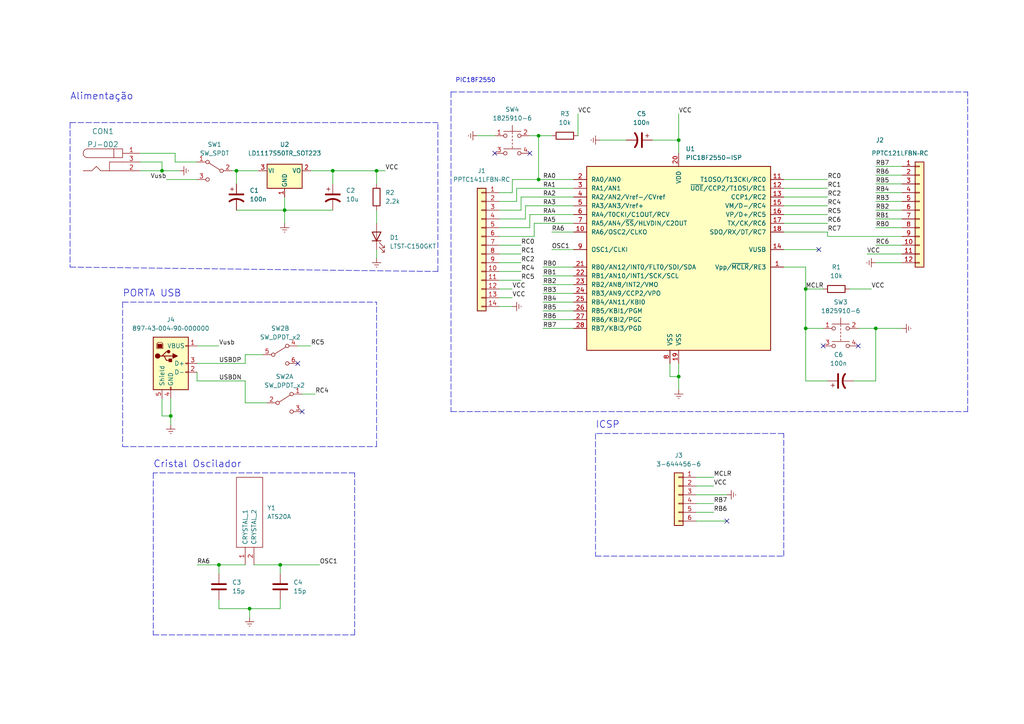
<source format=kicad_sch>
(kicad_sch (version 20211123) (generator eeschema)
  (paper "A4")
  (title_block (title "ArduPIC") (date "2022-05-03"))
  (lib_symbols
    (symbol "ATS20A:ATS20A" (pin_names (offset 0.762))
      (property "Reference" "Y" (at 26.67 7.62 0))
      (property "Value" "ATS20A" (at 26.67 5.08 0))
      (symbol "ATS20A_0_0"
        (pin passive line (at 0 0 0) (length 5.08) (name "CRYSTAL_1") (number "1"))
        (pin passive line (at 0 -2.54 0) (length 5.08) (name "CRYSTAL_2") (number "2"))
      )
      (symbol "ATS20A_0_1"
        (polyline (pts (xy 5.08 2.54) (xy 25.4 2.54) (xy 25.4 -5.08) (xy 5.08 -5.08) (xy 5.08 2.54)) (stroke (width 0.1524)))
      )
    )
    (symbol "Connector:USB_B" (pin_names (offset 1.016))
      (property "Reference" "J" (at -5.08 11.43 0))
      (property "Value" "USB_B" (at -5.08 8.89 0))
      (symbol "USB_B_0_1"
        (rectangle (start -5.08 -7.62) (end 5.08 7.62) (stroke (width 0.254)) (fill (type background)))
        (circle (center -3.81 2.159) (radius 0.635) (stroke (width 0.254)) (fill (type outline)))
        (rectangle (start -3.81 5.588) (end -2.54 4.572) (fill (type outline)))
        (circle (center -0.635 3.429) (radius 0.381) (stroke (width 0.254)) (fill (type outline)))
        (rectangle (start -0.127 -7.62) (end 0.127 -6.858))
        (polyline (pts (xy -1.905 2.159) (xy 0.635 2.159)) (stroke (width 0.254)))
        (polyline (pts (xy -3.175 2.159) (xy -2.54 2.159) (xy -1.27 3.429) (xy -0.635 3.429)) (stroke (width 0.254)))
        (polyline (pts (xy -2.54 2.159) (xy -1.905 2.159) (xy -1.27 0.889) (xy 0 0.889)) (stroke (width 0.254)))
        (polyline (pts (xy 0.635 2.794) (xy 0.635 1.524) (xy 1.905 2.159) (xy 0.635 2.794)) (stroke (width 0.254)) (fill (type outline)))
        (polyline (pts (xy -4.064 4.318) (xy -2.286 4.318) (xy -2.286 5.715) (xy -2.667 6.096) (xy -3.683 6.096) (xy -4.064 5.715) (xy -4.064 4.318)))
        (rectangle (start 0.254 1.27) (end -0.508 0.508) (stroke (width 0.254)) (fill (type outline)))
        (rectangle (start 5.08 -2.667) (end 4.318 -2.413))
        (rectangle (start 5.08 -0.127) (end 4.318 0.127))
        (rectangle (start 5.08 4.953) (end 4.318 5.207))
      )
      (symbol "USB_B_1_1"
        (pin power_out line (at 7.62 5.08 180) (length 2.54) (name "VBUS") (number "1"))
        (pin bidirectional line (at 7.62 -2.54 180) (length 2.54) (name "D-") (number "2"))
        (pin bidirectional line (at 7.62 0 180) (length 2.54) (name "D+") (number "3"))
        (pin power_out line (at 0 -10.16 90) (length 2.54) (name "GND") (number "4"))
        (pin passive line (at -2.54 -10.16 90) (length 2.54) (name "Shield") (number "5"))
      )
    )
    (symbol "Connector_Generic:Conn_01x06" (pin_names (offset 1.016) hide)
      (property "Reference" "J" (at 0 7.62 0))
      (property "Value" "Conn_01x06" (at 0 -10.16 0))
      (symbol "Conn_01x06_1_1"
        (rectangle (start -1.27 -7.493) (end 0 -7.747) (stroke (width 0.1524)))
        (rectangle (start -1.27 -4.953) (end 0 -5.207) (stroke (width 0.1524)))
        (rectangle (start -1.27 -2.413) (end 0 -2.667) (stroke (width 0.1524)))
        (rectangle (start -1.27 0.127) (end 0 -0.127) (stroke (width 0.1524)))
        (rectangle (start -1.27 2.667) (end 0 2.413) (stroke (width 0.1524)))
        (rectangle (start -1.27 5.207) (end 0 4.953) (stroke (width 0.1524)))
        (rectangle (start -1.27 6.35) (end 1.27 -8.89) (stroke (width 0.254)) (fill (type background)))
        (pin passive line (at -5.08 5.08 0) (length 3.81) (name "Pin_1") (number "1"))
        (pin passive line (at -5.08 2.54 0) (length 3.81) (name "Pin_2") (number "2"))
        (pin passive line (at -5.08 0 0) (length 3.81) (name "Pin_3") (number "3"))
        (pin passive line (at -5.08 -2.54 0) (length 3.81) (name "Pin_4") (number "4"))
        (pin passive line (at -5.08 -5.08 0) (length 3.81) (name "Pin_5") (number "5"))
        (pin passive line (at -5.08 -7.62 0) (length 3.81) (name "Pin_6") (number "6"))
      )
    )
    (symbol "Connector_Generic:Conn_01x12" (pin_names (offset 1.016) hide)
      (property "Reference" "J" (at 0 15.24 0))
      (property "Value" "Conn_01x12" (at 0 -17.78 0))
      (symbol "Conn_01x12_1_1"
        (rectangle (start -1.27 -15.113) (end 0 -15.367) (stroke (width 0.1524)))
        (rectangle (start -1.27 -12.573) (end 0 -12.827) (stroke (width 0.1524)))
        (rectangle (start -1.27 -10.033) (end 0 -10.287) (stroke (width 0.1524)))
        (rectangle (start -1.27 -7.493) (end 0 -7.747) (stroke (width 0.1524)))
        (rectangle (start -1.27 -4.953) (end 0 -5.207) (stroke (width 0.1524)))
        (rectangle (start -1.27 -2.413) (end 0 -2.667) (stroke (width 0.1524)))
        (rectangle (start -1.27 0.127) (end 0 -0.127) (stroke (width 0.1524)))
        (rectangle (start -1.27 2.667) (end 0 2.413) (stroke (width 0.1524)))
        (rectangle (start -1.27 5.207) (end 0 4.953) (stroke (width 0.1524)))
        (rectangle (start -1.27 7.747) (end 0 7.493) (stroke (width 0.1524)))
        (rectangle (start -1.27 10.287) (end 0 10.033) (stroke (width 0.1524)))
        (rectangle (start -1.27 12.827) (end 0 12.573) (stroke (width 0.1524)))
        (rectangle (start -1.27 13.97) (end 1.27 -16.51) (stroke (width 0.254)) (fill (type background)))
        (pin passive line (at -5.08 12.7 0) (length 3.81) (name "Pin_1") (number "1"))
        (pin passive line (at -5.08 -10.16 0) (length 3.81) (name "Pin_10") (number "10"))
        (pin passive line (at -5.08 -12.7 0) (length 3.81) (name "Pin_11") (number "11"))
        (pin passive line (at -5.08 -15.24 0) (length 3.81) (name "Pin_12") (number "12"))
        (pin passive line (at -5.08 10.16 0) (length 3.81) (name "Pin_2") (number "2"))
        (pin passive line (at -5.08 7.62 0) (length 3.81) (name "Pin_3") (number "3"))
        (pin passive line (at -5.08 5.08 0) (length 3.81) (name "Pin_4") (number "4"))
        (pin passive line (at -5.08 2.54 0) (length 3.81) (name "Pin_5") (number "5"))
        (pin passive line (at -5.08 0 0) (length 3.81) (name "Pin_6") (number "6"))
        (pin passive line (at -5.08 -2.54 0) (length 3.81) (name "Pin_7") (number "7"))
        (pin passive line (at -5.08 -5.08 0) (length 3.81) (name "Pin_8") (number "8"))
        (pin passive line (at -5.08 -7.62 0) (length 3.81) (name "Pin_9") (number "9"))
      )
    )
    (symbol "Connector_Generic:Conn_01x14" (pin_names (offset 1.016) hide)
      (property "Reference" "J" (at 0 17.78 0))
      (property "Value" "Conn_01x14" (at 0 -20.32 0))
      (symbol "Conn_01x14_1_1"
        (rectangle (start -1.27 -17.653) (end 0 -17.907) (stroke (width 0.1524)))
        (rectangle (start -1.27 -15.113) (end 0 -15.367) (stroke (width 0.1524)))
        (rectangle (start -1.27 -12.573) (end 0 -12.827) (stroke (width 0.1524)))
        (rectangle (start -1.27 -10.033) (end 0 -10.287) (stroke (width 0.1524)))
        (rectangle (start -1.27 -7.493) (end 0 -7.747) (stroke (width 0.1524)))
        (rectangle (start -1.27 -4.953) (end 0 -5.207) (stroke (width 0.1524)))
        (rectangle (start -1.27 -2.413) (end 0 -2.667) (stroke (width 0.1524)))
        (rectangle (start -1.27 0.127) (end 0 -0.127) (stroke (width 0.1524)))
        (rectangle (start -1.27 2.667) (end 0 2.413) (stroke (width 0.1524)))
        (rectangle (start -1.27 5.207) (end 0 4.953) (stroke (width 0.1524)))
        (rectangle (start -1.27 7.747) (end 0 7.493) (stroke (width 0.1524)))
        (rectangle (start -1.27 10.287) (end 0 10.033) (stroke (width 0.1524)))
        (rectangle (start -1.27 12.827) (end 0 12.573) (stroke (width 0.1524)))
        (rectangle (start -1.27 15.367) (end 0 15.113) (stroke (width 0.1524)))
        (rectangle (start -1.27 16.51) (end 1.27 -19.05) (stroke (width 0.254)) (fill (type background)))
        (pin passive line (at -5.08 15.24 0) (length 3.81) (name "Pin_1") (number "1"))
        (pin passive line (at -5.08 -7.62 0) (length 3.81) (name "Pin_10") (number "10"))
        (pin passive line (at -5.08 -10.16 0) (length 3.81) (name "Pin_11") (number "11"))
        (pin passive line (at -5.08 -12.7 0) (length 3.81) (name "Pin_12") (number "12"))
        (pin passive line (at -5.08 -15.24 0) (length 3.81) (name "Pin_13") (number "13"))
        (pin passive line (at -5.08 -17.78 0) (length 3.81) (name "Pin_14") (number "14"))
        (pin passive line (at -5.08 12.7 0) (length 3.81) (name "Pin_2") (number "2"))
        (pin passive line (at -5.08 10.16 0) (length 3.81) (name "Pin_3") (number "3"))
        (pin passive line (at -5.08 7.62 0) (length 3.81) (name "Pin_4") (number "4"))
        (pin passive line (at -5.08 5.08 0) (length 3.81) (name "Pin_5") (number "5"))
        (pin passive line (at -5.08 2.54 0) (length 3.81) (name "Pin_6") (number "6"))
        (pin passive line (at -5.08 0 0) (length 3.81) (name "Pin_7") (number "7"))
        (pin passive line (at -5.08 -2.54 0) (length 3.81) (name "Pin_8") (number "8"))
        (pin passive line (at -5.08 -5.08 0) (length 3.81) (name "Pin_9") (number "9"))
      )
    )
    (symbol "Device:C" (pin_numbers hide) (pin_names (offset 0.254))
      (property "Reference" "C" (at 0.635 2.54 0))
      (property "Value" "C" (at 0.635 -2.54 0))
      (symbol "C_0_1"
        (polyline (pts (xy -2.032 -0.762) (xy 2.032 -0.762)) (stroke (width 0.508)))
        (polyline (pts (xy -2.032 0.762) (xy 2.032 0.762)) (stroke (width 0.508)))
      )
      (symbol "C_1_1"
        (pin passive line (at 0 3.81 270) (length 2.794) (name "~") (number "1"))
        (pin passive line (at 0 -3.81 90) (length 2.794) (name "~") (number "2"))
      )
    )
    (symbol "Device:C_Polarized_US" (pin_numbers hide) (pin_names (offset 0.254) hide)
      (property "Reference" "C" (at 0.635 2.54 0))
      (property "Value" "C_Polarized_US" (at 0.635 -2.54 0))
      (symbol "C_Polarized_US_0_1"
        (polyline (pts (xy -2.032 0.762) (xy 2.032 0.762)) (stroke (width 0.508)))
        (polyline (pts (xy -1.778 2.286) (xy -0.762 2.286)))
        (polyline (pts (xy -1.27 1.778) (xy -1.27 2.794)))
        (arc (start 2.032 -1.27) (mid 0 -0.5572) (end -2.032 -1.27) (stroke (width 0.508)))
      )
      (symbol "C_Polarized_US_1_1"
        (pin passive line (at 0 3.81 270) (length 2.794) (name "~") (number "1"))
        (pin passive line (at 0 -3.81 90) (length 3.302) (name "~") (number "2"))
      )
    )
    (symbol "Device:LED" (pin_numbers hide) (pin_names (offset 1.016) hide)
      (property "Reference" "D" (at 0 2.54 0))
      (property "Value" "LED" (at 0 -2.54 0))
      (symbol "LED_0_1"
        (polyline (pts (xy -1.27 -1.27) (xy -1.27 1.27)) (stroke (width 0.254)))
        (polyline (pts (xy -1.27 0) (xy 1.27 0)))
        (polyline (pts (xy 1.27 -1.27) (xy 1.27 1.27) (xy -1.27 0) (xy 1.27 -1.27)) (stroke (width 0.254)))
        (polyline (pts (xy -3.048 -0.762) (xy -4.572 -2.286) (xy -3.81 -2.286) (xy -4.572 -2.286) (xy -4.572 -1.524)))
        (polyline (pts (xy -1.778 -0.762) (xy -3.302 -2.286) (xy -2.54 -2.286) (xy -3.302 -2.286) (xy -3.302 -1.524)))
      )
      (symbol "LED_1_1"
        (pin passive line (at -3.81 0 0) (length 2.54) (name "K") (number "1"))
        (pin passive line (at 3.81 0 180) (length 2.54) (name "A") (number "2"))
      )
    )
    (symbol "Device:R" (pin_numbers hide) (pin_names (offset 0))
      (property "Reference" "R" (at 2.032 0 90))
      (property "Value" "R" (at 0 0 90))
      (symbol "R_0_1"
        (rectangle (start -1.016 -2.54) (end 1.016 2.54) (stroke (width 0.254)))
      )
      (symbol "R_1_1"
        (pin passive line (at 0 3.81 270) (length 1.27) (name "~") (number "1"))
        (pin passive line (at 0 -3.81 90) (length 1.27) (name "~") (number "2"))
      )
    )
    (symbol "MCU_Microchip_PIC18:PIC18F2550-ISP" (pin_names (offset 1.27))
      (property "Reference" "U" (at -25.4 27.94 0))
      (property "Value" "PIC18F2550-ISP" (at 16.51 -27.94 0))
      (symbol "PIC18F2550-ISP_0_1"
        (rectangle (start -26.67 26.67) (end 26.67 -26.67) (stroke (width 0.254)) (fill (type background)))
      )
      (symbol "PIC18F2550-ISP_1_1"
        (pin input line (at 30.48 -2.54 180) (length 3.81) (name "Vpp/~{MCLR}/RE3") (number "1"))
        (pin output line (at -30.48 7.62 0) (length 3.81) (name "RA6/OSC2/CLKO") (number "10"))
        (pin bidirectional line (at 30.48 22.86 180) (length 3.81) (name "T1OSO/T13CKI/RC0") (number "11"))
        (pin bidirectional line (at 30.48 20.32 180) (length 3.81) (name "~{UOE}/CCP2/T1OSI/RC1") (number "12"))
        (pin bidirectional line (at 30.48 17.78 180) (length 3.81) (name "CCP1/RC2") (number "13"))
        (pin bidirectional line (at 30.48 2.54 180) (length 3.81) (name "VUSB") (number "14"))
        (pin bidirectional line (at 30.48 15.24 180) (length 3.81) (name "VM/D-/RC4") (number "15"))
        (pin bidirectional line (at 30.48 12.7 180) (length 3.81) (name "VP/D+/RC5") (number "16"))
        (pin bidirectional line (at 30.48 10.16 180) (length 3.81) (name "TX/CK/RC6") (number "17"))
        (pin bidirectional line (at 30.48 7.62 180) (length 3.81) (name "SDO/RX/DT/RC7") (number "18"))
        (pin power_in line (at 0 -30.48 90) (length 3.81) (name "VSS") (number "19"))
        (pin bidirectional line (at -30.48 22.86 0) (length 3.81) (name "RA0/AN0") (number "2"))
        (pin power_in line (at 0 30.48 270) (length 3.81) (name "VDD") (number "20"))
        (pin bidirectional line (at -30.48 -2.54 0) (length 3.81) (name "RB0/AN12/INT0/FLT0/SDI/SDA") (number "21"))
        (pin bidirectional line (at -30.48 -5.08 0) (length 3.81) (name "RB1/AN10/INT1/SCK/SCL") (number "22"))
        (pin bidirectional line (at -30.48 -7.62 0) (length 3.81) (name "RB2/AN8/INT2/VMO") (number "23"))
        (pin bidirectional line (at -30.48 -10.16 0) (length 3.81) (name "RB3/AN9/CCP2/VPO") (number "24"))
        (pin bidirectional line (at -30.48 -12.7 0) (length 3.81) (name "RB4/AN11/KBI0") (number "25"))
        (pin bidirectional line (at -30.48 -15.24 0) (length 3.81) (name "RB5/KBI1/PGM") (number "26"))
        (pin bidirectional line (at -30.48 -17.78 0) (length 3.81) (name "RB6/KBI2/PGC") (number "27"))
        (pin bidirectional line (at -30.48 -20.32 0) (length 3.81) (name "RB7/KBI3/PGD") (number "28"))
        (pin bidirectional line (at -30.48 20.32 0) (length 3.81) (name "RA1/AN1") (number "3"))
        (pin bidirectional line (at -30.48 17.78 0) (length 3.81) (name "RA2/AN2/Vref-/CVref") (number "4"))
        (pin bidirectional line (at -30.48 15.24 0) (length 3.81) (name "RA3/AN3/Vref+") (number "5"))
        (pin bidirectional line (at -30.48 12.7 0) (length 3.81) (name "RA4/T0CKI/C1OUT/RCV") (number "6"))
        (pin bidirectional line (at -30.48 10.16 0) (length 3.81) (name "RA5/AN4/~{SS}/HLVDIN/C2OUT") (number "7"))
        (pin power_in line (at -2.54 -30.48 90) (length 3.81) (name "VSS") (number "8"))
        (pin input line (at -30.48 2.54 0) (length 3.81) (name "OSC1/CLKI") (number "9"))
      )
    )
    (symbol "PBLE01:PJ-002" (pin_names (offset 1.016))
      (property "Reference" "CON" (at 0 6.35 0))
      (property "Value" "PJ-002" (at 0 -5.08 0))
      (symbol "PJ-002_0_1"
        (arc (start -8.89 2.54) (mid -8.5271 1.6254) (end -7.62 1.27))
        (arc (start -7.62 3.81) (mid -8.5088 3.4366) (end -8.89 2.54))
        (polyline (pts (xy -7.62 1.27) (xy 0 1.27)))
        (polyline (pts (xy 0 3.81) (xy -7.62 3.81)))
        (polyline (pts (xy 2.54 0) (xy -1.27 0) (xy -1.27 -2.54)))
        (polyline (pts (xy 2.54 -2.54) (xy -3.81 -2.54) (xy -5.08 -1.27) (xy -6.35 -2.54) (xy -8.89 -2.54)))
        (rectangle (start 2.54 3.81) (end 0 1.27))
      )
      (symbol "PJ-002_1_1"
        (pin passive line (at 7.62 2.54 180) (length 5.08) (name "~") (number "1"))
        (pin passive line (at 7.62 -2.54 180) (length 5.08) (name "~") (number "2"))
        (pin passive line (at 7.62 0 180) (length 5.08) (name "~") (number "3"))
      )
    )
    (symbol "Regulator_Linear:LD1117S50TR_SOT223" (pin_names (offset 0.254))
      (property "Reference" "U" (at -3.81 3.175 0))
      (property "Value" "LD1117S50TR_SOT223" (at 0 3.175 0))
      (symbol "LD1117S50TR_SOT223_0_1"
        (rectangle (start -5.08 -5.08) (end 5.08 1.905) (stroke (width 0.254)) (fill (type background)))
      )
      (symbol "LD1117S50TR_SOT223_1_1"
        (pin power_in line (at 0 -7.62 90) (length 2.54) (name "GND") (number "1"))
        (pin power_out line (at 7.62 0 180) (length 2.54) (name "VO") (number "2"))
        (pin power_in line (at -7.62 0 0) (length 2.54) (name "VI") (number "3"))
      )
    )
    (symbol "Switch:SW_DPDT_x2" (pin_names (offset 0) hide)
      (property "Reference" "SW" (at 0 4.318 0))
      (property "Value" "SW_DPDT_x2" (at 0 -5.08 0))
      (symbol "SW_DPDT_x2_0_0"
        (circle (center -2.032 0) (radius 0.508))
        (circle (center 2.032 -2.54) (radius 0.508))
      )
      (symbol "SW_DPDT_x2_0_1"
        (polyline (pts (xy -1.524 0.254) (xy 1.651 2.286)))
        (circle (center 2.032 2.54) (radius 0.508))
      )
      (symbol "SW_DPDT_x2_1_1"
        (pin passive line (at 5.08 2.54 180) (length 2.54) (name "A") (number "1"))
        (pin passive line (at -5.08 0 0) (length 2.54) (name "B") (number "2"))
        (pin passive line (at 5.08 -2.54 180) (length 2.54) (name "C") (number "3"))
      )
      (symbol "SW_DPDT_x2_2_1"
        (pin passive line (at 5.08 2.54 180) (length 2.54) (name "A") (number "4"))
        (pin passive line (at -5.08 0 0) (length 2.54) (name "B") (number "5"))
        (pin passive line (at 5.08 -2.54 180) (length 2.54) (name "C") (number "6"))
      )
    )
    (symbol "Switch:SW_Push_Dual" (pin_names (offset 1.016) hide)
      (property "Reference" "SW" (at 1.27 2.54 0))
      (property "Value" "SW_Push_Dual" (at 0 -6.858 0))
      (symbol "SW_Push_Dual_0_1"
        (circle (center -2.032 -5.08) (radius 0.508))
        (circle (center -2.032 0) (radius 0.508))
        (polyline (pts (xy 0 -3.048) (xy 0 -3.556)))
        (polyline (pts (xy 0 -2.032) (xy 0 -2.54)))
        (polyline (pts (xy 0 -1.524) (xy 0 -1.016)))
        (polyline (pts (xy 0 -0.508) (xy 0 0)))
        (polyline (pts (xy 0 0.508) (xy 0 1.016)))
        (polyline (pts (xy 0 1.27) (xy 0 3.048)))
        (polyline (pts (xy 2.54 -3.81) (xy -2.54 -3.81)))
        (polyline (pts (xy 2.54 1.27) (xy -2.54 1.27)))
        (circle (center 2.032 -5.08) (radius 0.508))
        (circle (center 2.032 0) (radius 0.508))
        (pin passive line (at -5.08 0 0) (length 2.54) (name "1") (number "1"))
        (pin passive line (at 5.08 0 180) (length 2.54) (name "2") (number "2"))
        (pin passive line (at -5.08 -5.08 0) (length 2.54) (name "3") (number "3"))
        (pin passive line (at 5.08 -5.08 180) (length 2.54) (name "4") (number "4"))
      )
    )
    (symbol "Switch:SW_SPDT" (pin_names (offset 0) hide)
      (property "Reference" "SW" (at 0 4.318 0))
      (property "Value" "SW_SPDT" (at 0 -5.08 0))
      (symbol "SW_SPDT_0_0"
        (circle (center -2.032 0) (radius 0.508))
        (circle (center 2.032 -2.54) (radius 0.508))
      )
      (symbol "SW_SPDT_0_1"
        (polyline (pts (xy -1.524 0.254) (xy 1.651 2.286)))
        (circle (center 2.032 2.54) (radius 0.508))
      )
      (symbol "SW_SPDT_1_1"
        (pin passive line (at 5.08 2.54 180) (length 2.54) (name "A") (number "1"))
        (pin passive line (at -5.08 0 0) (length 2.54) (name "B") (number "2"))
        (pin passive line (at 5.08 -2.54 180) (length 2.54) (name "C") (number "3"))
      )
    )
    (symbol "power:Earth" (power) (pin_names (offset 0))
      (symbol "Earth_0_1"
        (polyline (pts (xy -0.635 -1.905) (xy 0.635 -1.905)))
        (polyline (pts (xy -0.127 -2.54) (xy 0.127 -2.54)))
        (polyline (pts (xy 0 -1.27) (xy 0 0)))
        (polyline (pts (xy 1.27 -1.27) (xy -1.27 -1.27)))
      )
      (symbol "Earth_1_1"
        (pin power_in line (at 0 0 270) (length 0) hide (name "Earth") (number "1"))
      )
    )
  )
  (junction (at 254 95.25))
  (junction (at 46.99 49.53))
  (junction (at 109.22 49.53))
  (junction (at 49.53 120.65))
  (junction (at 156.21 39.37))
  (junction (at 233.68 95.25))
  (junction (at 63.5 163.83))
  (junction (at 196.85 40.64))
  (junction (at 82.55 60.96))
  (junction (at 196.85 109.22))
  (junction (at 72.39 176.53))
  (junction (at 68.58 49.53))
  (junction (at 96.52 49.53))
  (junction (at 81.28 163.83))
  (junction (at 233.68 83.82))
  (junction (at 156.21 52.07))
  (no_connect (at 248.92 100.33))
  (no_connect (at 238.76 100.33))
  (no_connect (at 86.36 105.41))
  (no_connect (at 87.63 119.38))
  (no_connect (at 237.49 72.39))
  (no_connect (at 153.67 44.45))
  (no_connect (at 143.51 44.45))
  (no_connect (at 210.82 151.13))
  (wire (pts (xy 227.33 59.69) (xy 240.03 59.69)))
  (wire (pts (xy 149.86 58.42) (xy 149.86 54.61)))
  (wire (pts (xy 57.15 100.33) (xy 63.5 100.33)))
  (polyline (pts (xy 280.67 119.38) (xy 280.67 26.67)))
  (wire (pts (xy 152.4 59.69) (xy 166.37 59.69)))
  (wire (pts (xy 227.33 52.07) (xy 240.03 52.07)))
  (wire (pts (xy 46.99 120.65) (xy 49.53 120.65)))
  (wire (pts (xy 227.33 54.61) (xy 240.03 54.61)))
  (polyline (pts (xy 20.32 35.56) (xy 20.32 77.47)))
  (wire (pts (xy 227.33 67.31) (xy 240.03 67.31)))
  (wire (pts (xy 48.26 52.07) (xy 57.15 52.07)))
  (wire (pts (xy 227.33 72.39) (xy 237.49 72.39)))
  (wire (pts (xy 240.03 68.58) (xy 240.03 67.31)))
  (wire (pts (xy 233.68 83.82) (xy 233.68 95.25)))
  (wire (pts (xy 144.78 60.96) (xy 151.13 60.96)))
  (wire (pts (xy 144.78 73.66) (xy 151.13 73.66)))
  (polyline (pts (xy 127 78.74) (xy 127 35.56)))
  (wire (pts (xy 67.31 49.53) (xy 68.58 49.53)))
  (polyline (pts (xy 227.33 161.29) (xy 227.33 125.73)))
  (wire (pts (xy 144.78 81.28) (xy 151.13 81.28)))
  (wire (pts (xy 167.64 33.02) (xy 167.64 39.37)))
  (wire (pts (xy 151.13 57.15) (xy 166.37 57.15)))
  (wire (pts (xy 138.43 39.37) (xy 143.51 39.37)))
  (wire (pts (xy 49.53 120.65) (xy 49.53 115.57)))
  (polyline (pts (xy 109.22 129.54) (xy 109.22 87.63)))
  (wire (pts (xy 173.99 40.64) (xy 181.61 40.64)))
  (wire (pts (xy 87.63 114.3) (xy 91.44 114.3)))
  (wire (pts (xy 254 66.04) (xy 261.62 66.04)))
  (wire (pts (xy 144.78 88.9) (xy 148.59 88.9)))
  (wire (pts (xy 254 55.88) (xy 261.62 55.88)))
  (wire (pts (xy 196.85 40.64) (xy 196.85 44.45)))
  (wire (pts (xy 160.02 72.39) (xy 166.37 72.39)))
  (wire (pts (xy 153.67 62.23) (xy 166.37 62.23)))
  (wire (pts (xy 254 95.25) (xy 254 110.49)))
  (wire (pts (xy 57.15 163.83) (xy 63.5 163.83)))
  (wire (pts (xy 57.15 46.99) (xy 50.8 46.99)))
  (wire (pts (xy 240.03 110.49) (xy 233.68 110.49)))
  (wire (pts (xy 144.78 71.12) (xy 151.13 71.12)))
  (wire (pts (xy 81.28 173.99) (xy 81.28 176.53)))
  (wire (pts (xy 254 71.12) (xy 261.62 71.12)))
  (wire (pts (xy 144.78 63.5) (xy 152.4 63.5)))
  (polyline (pts (xy 172.72 125.73) (xy 172.72 161.29)))
  (polyline (pts (xy 35.56 129.54) (xy 109.22 129.54)))
  (wire (pts (xy 148.59 55.88) (xy 144.78 55.88)))
  (polyline (pts (xy 130.81 26.67) (xy 130.81 119.38)))
  (wire (pts (xy 254 76.2) (xy 261.62 76.2)))
  (wire (pts (xy 71.12 102.87) (xy 76.2 102.87)))
  (wire (pts (xy 144.78 78.74) (xy 151.13 78.74)))
  (wire (pts (xy 46.99 49.53) (xy 40.64 49.53)))
  (wire (pts (xy 96.52 49.53) (xy 96.52 53.34)))
  (wire (pts (xy 160.02 67.31) (xy 166.37 67.31)))
  (polyline (pts (xy 130.81 26.67) (xy 280.67 26.67)))
  (wire (pts (xy 149.86 54.61) (xy 166.37 54.61)))
  (polyline (pts (xy 172.72 161.29) (xy 227.33 161.29)))
  (wire (pts (xy 227.33 77.47) (xy 233.68 77.47)))
  (wire (pts (xy 73.66 163.83) (xy 81.28 163.83)))
  (wire (pts (xy 254 48.26) (xy 261.62 48.26)))
  (wire (pts (xy 261.62 95.25) (xy 254 95.25)))
  (wire (pts (xy 227.33 64.77) (xy 240.03 64.77)))
  (wire (pts (xy 254 110.49) (xy 247.65 110.49)))
  (wire (pts (xy 156.21 39.37) (xy 160.02 39.37)))
  (wire (pts (xy 254 63.5) (xy 261.62 63.5)))
  (polyline (pts (xy 44.45 137.16) (xy 44.45 184.15)))
  (wire (pts (xy 144.78 58.42) (xy 149.86 58.42)))
  (wire (pts (xy 96.52 49.53) (xy 109.22 49.53)))
  (wire (pts (xy 148.59 52.07) (xy 148.59 55.88)))
  (wire (pts (xy 152.4 63.5) (xy 152.4 59.69)))
  (wire (pts (xy 50.8 46.99) (xy 50.8 44.45)))
  (wire (pts (xy 151.13 60.96) (xy 151.13 57.15)))
  (wire (pts (xy 154.94 64.77) (xy 166.37 64.77)))
  (wire (pts (xy 144.78 76.2) (xy 151.13 76.2)))
  (wire (pts (xy 71.12 116.84) (xy 71.12 110.49)))
  (wire (pts (xy 201.93 146.05) (xy 207.01 146.05)))
  (wire (pts (xy 90.17 49.53) (xy 96.52 49.53)))
  (polyline (pts (xy 44.45 184.15) (xy 102.87 184.15)))
  (wire (pts (xy 57.15 105.41) (xy 71.12 105.41)))
  (wire (pts (xy 233.68 83.82) (xy 238.76 83.82)))
  (wire (pts (xy 46.99 49.53) (xy 52.07 49.53)))
  (wire (pts (xy 63.5 163.83) (xy 71.12 163.83)))
  (wire (pts (xy 49.53 120.65) (xy 49.53 123.19)))
  (polyline (pts (xy 20.32 35.56) (xy 127 35.56)))
  (polyline (pts (xy 130.81 119.38) (xy 280.67 119.38)))
  (wire (pts (xy 72.39 176.53) (xy 72.39 179.07)))
  (wire (pts (xy 194.31 109.22) (xy 196.85 109.22)))
  (wire (pts (xy 63.5 173.99) (xy 63.5 176.53)))
  (wire (pts (xy 71.12 105.41) (xy 71.12 102.87)))
  (wire (pts (xy 153.67 66.04) (xy 153.67 62.23)))
  (wire (pts (xy 68.58 60.96) (xy 82.55 60.96)))
  (wire (pts (xy 63.5 163.83) (xy 63.5 166.37)))
  (wire (pts (xy 157.48 92.71) (xy 166.37 92.71)))
  (wire (pts (xy 189.23 40.64) (xy 196.85 40.64)))
  (wire (pts (xy 233.68 77.47) (xy 233.68 83.82)))
  (wire (pts (xy 196.85 33.02) (xy 196.85 40.64)))
  (wire (pts (xy 144.78 86.36) (xy 148.59 86.36)))
  (wire (pts (xy 201.93 151.13) (xy 210.82 151.13)))
  (wire (pts (xy 254 50.8) (xy 261.62 50.8)))
  (wire (pts (xy 254 60.96) (xy 261.62 60.96)))
  (wire (pts (xy 82.55 57.15) (xy 82.55 60.96)))
  (wire (pts (xy 153.67 39.37) (xy 156.21 39.37)))
  (wire (pts (xy 144.78 68.58) (xy 154.94 68.58)))
  (wire (pts (xy 248.92 95.25) (xy 254 95.25)))
  (wire (pts (xy 157.48 87.63) (xy 166.37 87.63)))
  (wire (pts (xy 81.28 163.83) (xy 81.28 166.37)))
  (wire (pts (xy 144.78 66.04) (xy 153.67 66.04)))
  (wire (pts (xy 86.36 100.33) (xy 90.17 100.33)))
  (wire (pts (xy 157.48 90.17) (xy 166.37 90.17)))
  (wire (pts (xy 109.22 49.53) (xy 109.22 53.34)))
  (wire (pts (xy 81.28 163.83) (xy 92.71 163.83)))
  (wire (pts (xy 71.12 116.84) (xy 77.47 116.84)))
  (wire (pts (xy 156.21 52.07) (xy 166.37 52.07)))
  (wire (pts (xy 109.22 60.96) (xy 109.22 64.77)))
  (polyline (pts (xy 35.56 87.63) (xy 109.22 87.63)))
  (wire (pts (xy 157.48 80.01) (xy 166.37 80.01)))
  (wire (pts (xy 233.68 95.25) (xy 233.68 110.49)))
  (wire (pts (xy 227.33 62.23) (xy 240.03 62.23)))
  (wire (pts (xy 148.59 52.07) (xy 156.21 52.07)))
  (wire (pts (xy 201.93 148.59) (xy 207.01 148.59)))
  (wire (pts (xy 144.78 83.82) (xy 148.59 83.82)))
  (wire (pts (xy 68.58 49.53) (xy 68.58 53.34)))
  (wire (pts (xy 40.64 46.99) (xy 46.99 46.99)))
  (wire (pts (xy 72.39 176.53) (xy 81.28 176.53)))
  (polyline (pts (xy 35.56 87.63) (xy 35.56 129.54)))
  (wire (pts (xy 63.5 176.53) (xy 72.39 176.53)))
  (wire (pts (xy 201.93 138.43) (xy 207.01 138.43)))
  (wire (pts (xy 194.31 105.41) (xy 194.31 109.22)))
  (wire (pts (xy 196.85 105.41) (xy 196.85 109.22)))
  (wire (pts (xy 201.93 140.97) (xy 207.01 140.97)))
  (wire (pts (xy 50.8 44.45) (xy 40.64 44.45)))
  (wire (pts (xy 240.03 68.58) (xy 261.62 68.58)))
  (polyline (pts (xy 20.32 77.47) (xy 127 78.74)))
  (wire (pts (xy 157.48 95.25) (xy 166.37 95.25)))
  (wire (pts (xy 57.15 110.49) (xy 71.12 110.49)))
  (wire (pts (xy 68.58 49.53) (xy 74.93 49.53)))
  (wire (pts (xy 82.55 60.96) (xy 82.55 64.77)))
  (wire (pts (xy 227.33 57.15) (xy 240.03 57.15)))
  (wire (pts (xy 157.48 85.09) (xy 166.37 85.09)))
  (wire (pts (xy 157.48 82.55) (xy 166.37 82.55)))
  (wire (pts (xy 109.22 49.53) (xy 111.76 49.53)))
  (polyline (pts (xy 227.33 125.73) (xy 172.72 125.73)))
  (wire (pts (xy 201.93 143.51) (xy 210.82 143.51)))
  (wire (pts (xy 246.38 83.82) (xy 252.73 83.82)))
  (wire (pts (xy 82.55 60.96) (xy 96.52 60.96)))
  (wire (pts (xy 157.48 77.47) (xy 166.37 77.47)))
  (wire (pts (xy 57.15 110.49) (xy 57.15 107.95)))
  (wire (pts (xy 154.94 68.58) (xy 154.94 64.77)))
  (wire (pts (xy 196.85 109.22) (xy 196.85 113.03)))
  (wire (pts (xy 233.68 95.25) (xy 238.76 95.25)))
  (polyline (pts (xy 102.87 184.15) (xy 102.87 137.16)))
  (wire (pts (xy 46.99 115.57) (xy 46.99 120.65)))
  (wire (pts (xy 254 58.42) (xy 261.62 58.42)))
  (wire (pts (xy 109.22 72.39) (xy 109.22 74.93)))
  (wire (pts (xy 156.21 39.37) (xy 156.21 52.07)))
  (wire (pts (xy 251.46 73.66) (xy 261.62 73.66)))
  (wire (pts (xy 46.99 46.99) (xy 46.99 49.53)))
  (polyline (pts (xy 102.87 137.16) (xy 44.45 137.16)))
  (wire (pts (xy 254 53.34) (xy 261.62 53.34)))
  (text "PORTA USB\n" (at 35.56 86.36 0) (effects (font (size 2 2)) (justify left bottom)))
  (text "PIC18F2550" (at 132.08 24.13 0) (effects (font (size 1.27 1.27)) (justify left bottom)))
  (text "Cristal Oscilador\n" (at 44.45 135.89 0) (effects (font (size 2 2)) (justify left bottom)))
  (text "Alimentação" (at 20.32 29.21 0) (effects (font (size 2 2)) (justify left bottom)))
  (text "ICSP" (at 172.72 124.46 0) (effects (font (size 2 2)) (justify left bottom)))
  (label "VCC" (at 148.59 86.36 0))
  (label "RA4" (at 157.48 62.23 0))
  (label "VCC" (at 167.64 33.02 0))
  (label "Vusb" (at 48.26 52.07 180))
  (label "RC0" (at 240.03 52.07 0))
  (label "RA6" (at 57.15 163.83 0))
  (label "MCLR" (at 233.68 83.82 0))
  (label "RB6" (at 207.01 148.59 0))
  (label "RB1" (at 157.48 80.01 0))
  (label "RB2" (at 254 60.96 0))
  (label "VCC" (at 148.59 83.82 0))
  (label "Vusb" (at 63.5 100.33 0))
  (label "RC7" (at 240.03 67.31 0))
  (label "RB5" (at 157.48 90.17 0))
  (label "USBDN" (at 63.5 110.49 0))
  (label "RB4" (at 254 55.88 0))
  (label "RB3" (at 254 58.42 0))
  (label "RA5" (at 157.48 64.77 0))
  (label "RC2" (at 240.03 57.15 0))
  (label "RB0" (at 157.48 77.47 0))
  (label "RA3" (at 157.48 59.69 0))
  (label "RB3" (at 157.48 85.09 0))
  (label "RA2" (at 157.48 57.15 0))
  (label "RC4" (at 151.13 78.74 0))
  (label "RB6" (at 254 50.8 0))
  (label "RB2" (at 157.48 82.55 0))
  (label "RC5" (at 90.17 100.33 0))
  (label "RA1" (at 157.48 54.61 0))
  (label "RC6" (at 240.03 64.77 0))
  (label "VCC" (at 251.46 73.66 0))
  (label "VCC" (at 252.73 83.82 0))
  (label "RB7" (at 207.01 146.05 0))
  (label "MCLR" (at 207.01 138.43 0))
  (label "USBDP" (at 63.5 105.41 0))
  (label "RB5" (at 254 53.34 0))
  (label "VCC" (at 196.85 33.02 0))
  (label "VCC" (at 207.01 140.97 0))
  (label "OSC1" (at 92.71 163.83 0))
  (label "RB7" (at 157.48 95.25 0))
  (label "RA0" (at 157.48 52.07 0))
  (label "RC5" (at 240.03 62.23 0))
  (label "RC4" (at 91.44 114.3 0))
  (label "RB4" (at 157.48 87.63 0))
  (label "OSC1" (at 160.02 72.39 0))
  (label "RC5" (at 151.13 81.28 0))
  (label "RB7" (at 254 48.26 0))
  (label "RC1" (at 240.03 54.61 0))
  (label "RB1" (at 254 63.5 0))
  (label "VCC" (at 111.76 49.53 0))
  (label "RC0" (at 151.13 71.12 0))
  (label "RA6" (at 160.02 67.31 0))
  (label "RB6" (at 157.48 92.71 0))
  (label "RC2" (at 151.13 76.2 0))
  (label "RB0" (at 254 66.04 0))
  (label "RC4" (at 240.03 59.69 0))
  (label "RC1" (at 151.13 73.66 0))
  (label "RC6" (at 254 71.12 0))
  (symbol (lib_id "Switch:SW_SPDT") (at 62.23 49.53 0) (mirror y) (unit 1)
    (property "Reference" "SW1" (at 62.23 41.91 0))
    (property "Value" "SW_SPDT" (at 62.23 44.45 0))
    (property "Footprint" "Button_Switch_SMD:SW_SPDT_CK-JS102011SAQN" (effects hide))
  )
  (symbol (lib_id "Device:C_Polarized_US") (at 68.58 57.15 0) (unit 1)
    (property "Reference" "C1" (at 72.39 55.2449 0) (effects (justify left)))
    (property "Value" "100n" (at 72.39 57.7849 0) (effects (justify left)))
    (property "Footprint" "Capacitor_SMD:C_0805_2012Metric_Pad1.18x1.45mm_HandSolder" (effects hide))
  )
  (symbol (lib_id "ATS20A:ATS20A") (at 71.12 163.83 90) (unit 1)
    (property "Reference" "Y1" (at 77.47 147.3199 90) (effects (justify right)))
    (property "Value" "ATS20A" (at 77.47 149.86 90) (effects (justify right)))
    (property "Footprint" "PBLE01:ATS20A" (effects hide))
    (property "Datasheet" "https://datasheet.datasheetarchive.com/originals/dk/DKDS-12/236344.pdf" (effects hide))
    (property "Description" "Crystals 20MHz 20pF 30ppm -20C 70C" (effects hide))
    (property "Height" "3.68" (effects hide))
    (property "Manufacturer_Name" "CTS" (effects hide))
    (property "Manufacturer_Part_Number" "ATS20A" (effects hide))
    (property "Mouser Part Number" "774-ATS20A" (effects hide))
    (property "Mouser Price/Stock" "https://www.mouser.co.uk/ProductDetail/CTS-Electronic-Components/ATS20A/?qs=tjlMjqRIEYSf%252BN4zUqLZuw%3D%3D" (effects hide))
  )
  (symbol (lib_id "Device:C") (at 63.5 170.18 0) (unit 1)
    (property "Reference" "C3" (at 67.31 168.9099 0) (effects (justify left)))
    (property "Value" "15p" (at 67.31 171.4499 0) (effects (justify left)))
    (property "Footprint" "Capacitor_SMD:C_0805_2012Metric_Pad1.18x1.45mm_HandSolder" (effects hide))
  )
  (symbol (lib_id "power:Earth") (at 109.22 74.93 0) (unit 1)
    (property "Reference" "#PWR0111" (effects hide))
    (property "Value" "Earth" (effects hide))
  )
  (symbol (lib_id "power:Earth") (at 49.53 123.19 0) (unit 1)
    (property "Reference" "#PWR0110" (effects hide))
    (property "Value" "Earth" (effects hide))
  )
  (symbol (lib_id "Connector_Generic:Conn_01x12") (at 266.7 60.96 0) (unit 1)
    (property "Reference" "J2" (at 254 40.64 0) (effects (justify left)))
    (property "Value" "PPTC121LFBN–RC" (at 252.73 44.45 0) (effects (justify left)))
    (property "Footprint" "Connector_PinSocket_2.54mm:PinSocket_1x12_P2.54mm_Vertical" (effects hide))
  )
  (symbol (lib_id "power:Earth") (at 210.82 143.51 90) (unit 1)
    (property "Reference" "#PWR0109" (effects hide))
    (property "Value" "Earth" (effects hide))
  )
  (symbol (lib_id "Device:R") (at 163.83 39.37 90) (unit 1)
    (property "Reference" "R3" (at 163.83 33.02 90))
    (property "Value" "10k" (at 163.83 35.56 90))
    (property "Footprint" "Resistor_SMD:R_0805_2012Metric_Pad1.20x1.40mm_HandSolder" (effects hide))
  )
  (symbol (lib_id "power:Earth") (at 254 76.2 270) (unit 1)
    (property "Reference" "#PWR0108" (effects hide))
    (property "Value" "Earth" (effects hide))
  )
  (symbol (lib_id "power:Earth") (at 52.07 49.53 90) (unit 1)
    (property "Reference" "#PWR0102" (effects hide))
    (property "Value" "Earth" (effects hide))
  )
  (symbol (lib_id "MCU_Microchip_PIC18:PIC18F2550-ISP") (at 196.85 74.93 0) (unit 1)
    (property "Reference" "U1" (at 198.8694 43.18 0) (effects (justify left)))
    (property "Value" "PIC18F2550-ISP" (at 198.8694 45.72 0) (effects (justify left)))
    (property "Footprint" "Package_DIP:DIP-28_W7.62mm" (effects hide))
    (property "Datasheet" "http://ww1.microchip.com/downloads/en/devicedoc/39632c.pdf" (effects hide))
  )
  (symbol (lib_id "Device:C_Polarized_US") (at 243.84 110.49 90) (unit 1)
    (property "Reference" "C6" (at 243.205 102.87 90))
    (property "Value" "100n" (at 243.205 105.41 90))
    (property "Footprint" "Capacitor_SMD:C_1206_3216Metric_Pad1.33x1.80mm_HandSolder" (effects hide))
  )
  (symbol (lib_id "power:Earth") (at 148.59 88.9 90) (unit 1)
    (property "Reference" "#PWR0107" (effects hide))
    (property "Value" "Earth" (effects hide))
  )
  (symbol (lib_id "Device:R") (at 242.57 83.82 90) (unit 1)
    (property "Reference" "R1" (at 242.57 77.47 90))
    (property "Value" "10k" (at 242.57 80.01 90))
    (property "Footprint" "Resistor_SMD:R_0805_2012Metric_Pad1.20x1.40mm_HandSolder" (effects hide))
  )
  (symbol (lib_id "Connector_Generic:Conn_01x14") (at 139.7 71.12 0) (mirror y) (unit 1)
    (property "Reference" "J1" (at 139.7 49.53 0))
    (property "Value" "PPTC141LFBN–RC" (at 139.7 52.07 0))
    (property "Footprint" "Connector_PinSocket_2.54mm:PinSocket_1x14_P2.54mm_Vertical" (effects hide))
  )
  (symbol (lib_id "Connector_Generic:Conn_01x06") (at 196.85 143.51 0) (mirror y) (unit 1)
    (property "Reference" "J3" (at 196.85 132.08 0))
    (property "Value" "3-644456-6" (at 196.85 134.62 0))
    (property "Footprint" "Connector_PinHeader_2.54mm:PinHeader_1x06_P2.54mm_Vertical" (effects hide))
  )
  (symbol (lib_id "Switch:SW_DPDT_x2") (at 81.28 102.87 0) (unit 2)
    (property "Reference" "SW2" (at 81.28 95.25 0))
    (property "Value" "SW_DPDT_x2" (at 81.28 97.79 0))
    (property "Footprint" "Button_Switch_SMD:SW_DPDT_CK_JS202011JCQN" (effects hide))
  )
  (symbol (lib_id "Switch:SW_DPDT_x2") (at 82.55 116.84 0) (unit 1)
    (property "Reference" "SW2" (at 82.55 109.22 0))
    (property "Value" "SW_DPDT_x2" (at 82.55 111.76 0))
    (property "Footprint" "Button_Switch_SMD:SW_DPDT_CK_JS202011JCQN" (effects hide))
  )
  (symbol (lib_id "Device:LED") (at 109.22 68.58 90) (unit 1)
    (property "Reference" "D1" (at 113.03 68.8974 90) (effects (justify right)))
    (property "Value" "LTST–C150GKT" (at 113.03 71.4374 90) (effects (justify right)))
    (property "Footprint" "LED_SMD:LED_1206_3216Metric_Pad1.42x1.75mm_HandSolder" (effects hide))
  )
  (symbol (lib_id "Switch:SW_Push_Dual") (at 243.84 95.25 0) (unit 1)
    (property "Reference" "SW3" (at 243.84 87.63 0))
    (property "Value" "1825910-6" (at 243.84 90.17 0))
    (property "Footprint" "Button_Switch_THT:SW_PUSH_6mm" (effects hide))
  )
  (symbol (lib_id "power:Earth") (at 173.99 40.64 270) (unit 1)
    (property "Reference" "#PWR0101" (effects hide))
    (property "Value" "Earth" (effects hide))
  )
  (symbol (lib_id "power:Earth") (at 72.39 179.07 0) (unit 1)
    (property "Reference" "#PWR0105" (effects hide))
    (property "Value" "Earth" (effects hide))
  )
  (symbol (lib_id "Connector:USB_B") (at 49.53 105.41 0) (unit 1)
    (property "Reference" "J4" (at 49.53 92.71 0))
    (property "Value" "897–43–004–90–000000" (at 49.53 95.25 0))
    (property "Footprint" "Connector_USB:USB_B_OST_USB-B1HSxx_Horizontal" (effects hide))
    (property "Datasheet" " ~" (effects hide))
  )
  (symbol (lib_id "Device:C_Polarized_US") (at 185.42 40.64 270) (unit 1)
    (property "Reference" "C5" (at 186.055 33.02 90))
    (property "Value" "100n" (at 186.055 35.56 90))
    (property "Footprint" "Capacitor_SMD:C_1206_3216Metric_Pad1.33x1.80mm_HandSolder" (effects hide))
  )
  (symbol (lib_id "Device:C") (at 81.28 170.18 0) (unit 1)
    (property "Reference" "C4" (at 85.09 168.9099 0) (effects (justify left)))
    (property "Value" "15p" (at 85.09 171.4499 0) (effects (justify left)))
    (property "Footprint" "Capacitor_SMD:C_0805_2012Metric_Pad1.18x1.45mm_HandSolder" (effects hide))
  )
  (symbol (lib_id "power:Earth") (at 261.62 95.25 90) (unit 1)
    (property "Reference" "#PWR0104" (effects hide))
    (property "Value" "Earth" (effects hide))
  )
  (symbol (lib_id "PBLE01:PJ-002") (at 33.02 46.99 0) (unit 1)
    (property "Reference" "CON1" (at 29.8446 38.1 0) (effects (font (size 1.524 1.524))))
    (property "Value" "PJ-002" (at 29.8446 41.91 0) (effects (font (size 1.524 1.524))))
    (property "Footprint" "PBLE01:PJ-002" (effects hide))
  )
  (symbol (lib_id "Device:C_Polarized_US") (at 96.52 57.15 0) (unit 1)
    (property "Reference" "C2" (at 100.33 55.2449 0) (effects (justify left)))
    (property "Value" "10u" (at 100.33 57.7849 0) (effects (justify left)))
    (property "Footprint" "Capacitor_SMD:C_1206_3216Metric_Pad1.33x1.80mm_HandSolder" (effects hide))
  )
  (symbol (lib_id "Switch:SW_Push_Dual") (at 148.59 39.37 0) (unit 1)
    (property "Reference" "SW4" (at 148.59 31.75 0))
    (property "Value" "1825910-6" (at 148.59 34.29 0))
    (property "Footprint" "Button_Switch_THT:SW_PUSH_6mm" (effects hide))
  )
  (symbol (lib_id "power:Earth") (at 138.43 39.37 270) (unit 1)
    (property "Reference" "#PWR01" (effects hide))
    (property "Value" "Earth" (effects hide))
  )
  (symbol (lib_id "Regulator_Linear:LD1117S50TR_SOT223") (at 82.55 49.53 0) (unit 1)
    (property "Reference" "U2" (at 82.55 41.91 0))
    (property "Value" "LD1117S50TR_SOT223" (at 82.55 44.45 0))
    (property "Footprint" "Package_TO_SOT_SMD:SOT-223-3_TabPin2" (effects hide))
    (property "Datasheet" "http://www.st.com/st-web-ui/static/active/en/resource/technical/document/datasheet/CD00000544.pdf" (effects hide))
  )
  (symbol (lib_id "power:Earth") (at 82.55 64.77 0) (unit 1)
    (property "Reference" "#PWR0103" (effects hide))
    (property "Value" "Earth" (effects hide))
  )
  (symbol (lib_id "power:Earth") (at 196.85 113.03 0) (unit 1)
    (property "Reference" "#PWR0106" (effects hide))
    (property "Value" "Earth" (effects hide))
  )
  (symbol (lib_id "Device:R") (at 109.22 57.15 0) (unit 1)
    (property "Reference" "R2" (at 111.76 55.8799 0) (effects (justify left)))
    (property "Value" "2.2k" (at 111.76 58.4199 0) (effects (justify left)))
    (property "Footprint" "LED_SMD:LED_0805_2012Metric_Pad1.15x1.40mm_HandSolder" (effects hide))
  )
)
</source>
